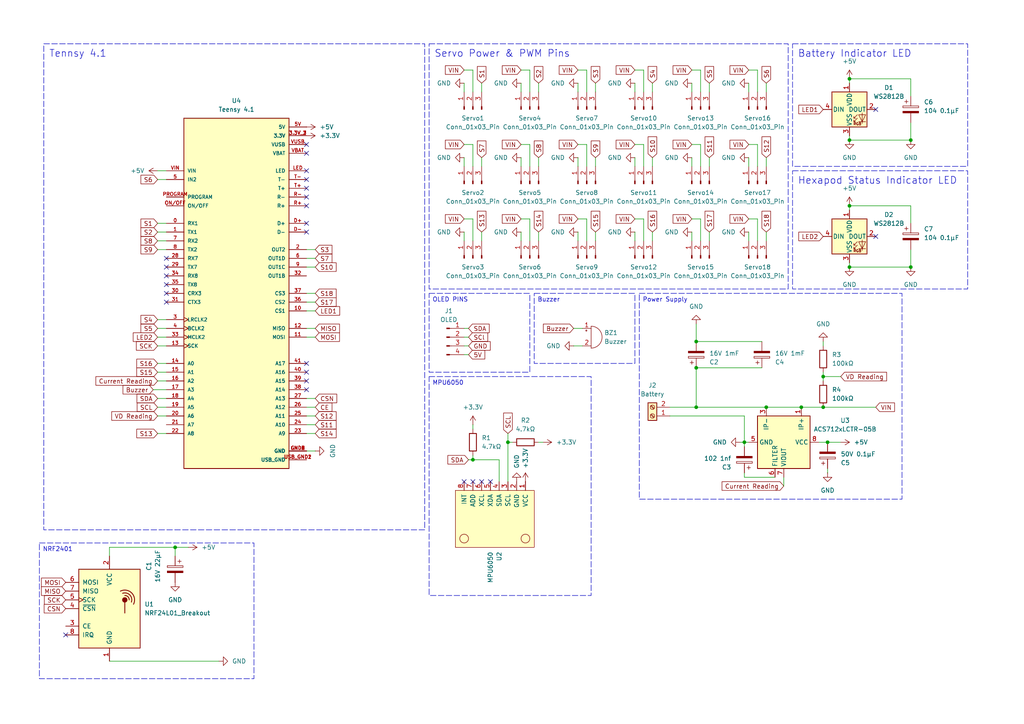
<source format=kicad_sch>
(kicad_sch (version 20231120) (generator "eeschema") (generator_version "8.0")
  (paper "A4")
  (title_block (title "Hexapod PCB V2"))
  (junction (at 50.8 158.75))
  (junction (at 147.32 128.27))
  (junction (at 232.41 118.11))
  (junction (at 238.76 118.11))
  (junction (at 238.76 109.22))
  (junction (at 264.16 77.47))
  (junction (at 246.38 77.47))
  (junction (at 137.16 133.35))
  (junction (at 201.93 99.06))
  (junction (at 264.16 40.64))
  (junction (at 215.9 128.27))
  (junction (at 240.03 128.27))
  (junction (at 201.93 118.11))
  (junction (at 246.38 22.86))
  (junction (at 246.38 59.69))
  (junction (at 246.38 40.64))
  (junction (at 201.93 106.68))
  (junction (at 222.25 118.11))
  (no_connect (at 88.9 49.53))
  (no_connect (at 137.16 139.7))
  (no_connect (at 88.9 44.45))
  (no_connect (at 48.26 77.47))
  (no_connect (at 254 31.75))
  (no_connect (at 48.26 85.09))
  (no_connect (at 88.9 57.15))
  (no_connect (at 48.26 82.55))
  (no_connect (at 48.26 74.93))
  (no_connect (at 88.9 64.77))
  (no_connect (at 88.9 52.07))
  (no_connect (at 48.26 87.63))
  (no_connect (at 88.9 113.03))
  (no_connect (at 142.24 139.7))
  (no_connect (at 139.7 139.7))
  (no_connect (at 88.9 41.91))
  (no_connect (at 88.9 54.61))
  (no_connect (at 48.26 80.01))
  (no_connect (at 88.9 107.95))
  (no_connect (at 88.9 59.69))
  (no_connect (at 254 68.58))
  (no_connect (at 88.9 67.31))
  (no_connect (at 19.05 184.15))
  (no_connect (at 134.62 139.7))
  (no_connect (at 88.9 110.49))
  (no_connect (at 88.9 105.41))
  (wire (pts (xy 246.38 40.64) (xy 246.38 39.37)))
  (wire (pts (xy 151.13 67.31) (xy 151.13 69.85)))
  (wire (pts (xy 139.7 24.13) (xy 139.7 26.67)))
  (wire (pts (xy 45.72 100.33) (xy 48.26 100.33)))
  (wire (pts (xy 134.62 63.5) (xy 137.16 63.5)))
  (wire (pts (xy 240.03 128.27) (xy 237.49 128.27)))
  (wire (pts (xy 246.38 22.86) (xy 264.16 22.86)))
  (wire (pts (xy 184.15 63.5) (xy 186.69 63.5)))
  (wire (pts (xy 139.7 45.72) (xy 139.7 48.26)))
  (wire (pts (xy 238.76 118.11) (xy 254 118.11)))
  (wire (pts (xy 137.16 123.19) (xy 137.16 124.46)))
  (wire (pts (xy 243.84 128.27) (xy 240.03 128.27)))
  (wire (pts (xy 200.66 41.91) (xy 203.2 41.91)))
  (wire (pts (xy 264.16 40.64) (xy 264.16 35.56)))
  (wire (pts (xy 201.93 106.68) (xy 201.93 118.11)))
  (wire (pts (xy 264.16 27.94) (xy 264.16 22.86)))
  (wire (pts (xy 139.7 67.31) (xy 139.7 69.85)))
  (wire (pts (xy 45.72 120.65) (xy 48.26 120.65)))
  (wire (pts (xy 144.78 133.35) (xy 144.78 139.7)))
  (wire (pts (xy 167.64 20.32) (xy 170.18 20.32)))
  (wire (pts (xy 203.2 20.32) (xy 203.2 26.67)))
  (wire (pts (xy 189.23 67.31) (xy 189.23 69.85)))
  (wire (pts (xy 45.72 52.07) (xy 48.26 52.07)))
  (wire (pts (xy 184.15 41.91) (xy 186.69 41.91)))
  (wire (pts (xy 217.17 41.91) (xy 219.71 41.91)))
  (wire (pts (xy 88.9 125.73) (xy 91.44 125.73)))
  (wire (pts (xy 153.67 41.91) (xy 153.67 48.26)))
  (wire (pts (xy 88.9 74.93) (xy 91.44 74.93)))
  (wire (pts (xy 45.72 67.31) (xy 48.26 67.31)))
  (wire (pts (xy 137.16 63.5) (xy 137.16 69.85)))
  (wire (pts (xy 48.26 125.73) (xy 45.72 125.73)))
  (wire (pts (xy 205.74 67.31) (xy 205.74 69.85)))
  (wire (pts (xy 264.16 64.77) (xy 264.16 59.69)))
  (wire (pts (xy 200.66 20.32) (xy 203.2 20.32)))
  (wire (pts (xy 224.79 138.43) (xy 215.9 138.43)))
  (wire (pts (xy 186.69 41.91) (xy 186.69 48.26)))
  (wire (pts (xy 137.16 20.32) (xy 137.16 26.67)))
  (wire (pts (xy 217.17 45.72) (xy 217.17 48.26)))
  (wire (pts (xy 88.9 123.19) (xy 91.44 123.19)))
  (wire (pts (xy 240.03 137.16) (xy 240.03 135.89)))
  (wire (pts (xy 134.62 45.72) (xy 134.62 48.26)))
  (wire (pts (xy 91.44 72.39) (xy 88.9 72.39)))
  (wire (pts (xy 166.37 95.25) (xy 168.91 95.25)))
  (wire (pts (xy 135.89 133.35) (xy 137.16 133.35)))
  (wire (pts (xy 170.18 63.5) (xy 170.18 69.85)))
  (wire (pts (xy 238.76 99.06) (xy 238.76 100.33)))
  (wire (pts (xy 50.8 158.75) (xy 31.75 158.75)))
  (wire (pts (xy 217.17 63.5) (xy 219.71 63.5)))
  (wire (pts (xy 219.71 63.5) (xy 219.71 69.85)))
  (wire (pts (xy 201.93 99.06) (xy 220.98 99.06)))
  (wire (pts (xy 91.44 118.11) (xy 88.9 118.11)))
  (wire (pts (xy 222.25 118.11) (xy 232.41 118.11)))
  (wire (pts (xy 246.38 77.47) (xy 264.16 77.47)))
  (wire (pts (xy 147.32 128.27) (xy 147.32 139.7)))
  (wire (pts (xy 170.18 20.32) (xy 170.18 26.67)))
  (wire (pts (xy 135.89 100.33) (xy 134.62 100.33)))
  (wire (pts (xy 200.66 67.31) (xy 200.66 69.85)))
  (wire (pts (xy 203.2 63.5) (xy 203.2 69.85)))
  (wire (pts (xy 151.13 20.32) (xy 153.67 20.32)))
  (wire (pts (xy 91.44 115.57) (xy 88.9 115.57)))
  (wire (pts (xy 45.72 115.57) (xy 48.26 115.57)))
  (wire (pts (xy 201.93 106.68) (xy 220.98 106.68)))
  (wire (pts (xy 31.75 158.75) (xy 31.75 161.29)))
  (wire (pts (xy 200.66 63.5) (xy 203.2 63.5)))
  (wire (pts (xy 172.72 24.13) (xy 172.72 26.67)))
  (wire (pts (xy 194.31 118.11) (xy 201.93 118.11)))
  (wire (pts (xy 88.9 120.65) (xy 91.44 120.65)))
  (wire (pts (xy 186.69 20.32) (xy 186.69 26.67)))
  (wire (pts (xy 205.74 45.72) (xy 205.74 48.26)))
  (wire (pts (xy 135.89 95.25) (xy 134.62 95.25)))
  (wire (pts (xy 172.72 67.31) (xy 172.72 69.85)))
  (wire (pts (xy 147.32 128.27) (xy 148.59 128.27)))
  (wire (pts (xy 45.72 110.49) (xy 48.26 110.49)))
  (wire (pts (xy 184.15 67.31) (xy 184.15 69.85)))
  (wire (pts (xy 215.9 128.27) (xy 215.9 129.54)))
  (wire (pts (xy 137.16 133.35) (xy 144.78 133.35)))
  (wire (pts (xy 44.45 113.03) (xy 48.26 113.03)))
  (wire (pts (xy 153.67 63.5) (xy 153.67 69.85)))
  (wire (pts (xy 156.21 67.31) (xy 156.21 69.85)))
  (wire (pts (xy 205.74 24.13) (xy 205.74 26.67)))
  (wire (pts (xy 264.16 77.47) (xy 264.16 72.39)))
  (wire (pts (xy 45.72 97.79) (xy 48.26 97.79)))
  (wire (pts (xy 156.21 45.72) (xy 156.21 48.26)))
  (wire (pts (xy 45.72 118.11) (xy 48.26 118.11)))
  (wire (pts (xy 167.64 67.31) (xy 167.64 69.85)))
  (wire (pts (xy 194.31 120.65) (xy 215.9 120.65)))
  (wire (pts (xy 222.25 45.72) (xy 222.25 48.26)))
  (wire (pts (xy 232.41 118.11) (xy 238.76 118.11)))
  (wire (pts (xy 170.18 41.91) (xy 170.18 48.26)))
  (wire (pts (xy 222.25 24.13) (xy 222.25 26.67)))
  (wire (pts (xy 48.26 72.39) (xy 45.72 72.39)))
  (wire (pts (xy 246.38 59.69) (xy 264.16 59.69)))
  (wire (pts (xy 156.21 128.27) (xy 157.48 128.27)))
  (wire (pts (xy 200.66 45.72) (xy 200.66 48.26)))
  (wire (pts (xy 88.9 87.63) (xy 91.44 87.63)))
  (wire (pts (xy 151.13 63.5) (xy 153.67 63.5)))
  (wire (pts (xy 151.13 41.91) (xy 153.67 41.91)))
  (wire (pts (xy 217.17 20.32) (xy 219.71 20.32)))
  (wire (pts (xy 246.38 77.47) (xy 246.38 76.2)))
  (wire (pts (xy 91.44 95.25) (xy 88.9 95.25)))
  (wire (pts (xy 184.15 24.13) (xy 184.15 26.67)))
  (wire (pts (xy 167.64 63.5) (xy 170.18 63.5)))
  (wire (pts (xy 134.62 20.32) (xy 137.16 20.32)))
  (wire (pts (xy 54.61 158.75) (xy 50.8 158.75)))
  (wire (pts (xy 151.13 45.72) (xy 151.13 48.26)))
  (wire (pts (xy 135.89 97.79) (xy 134.62 97.79)))
  (wire (pts (xy 172.72 45.72) (xy 172.72 48.26)))
  (wire (pts (xy 201.93 118.11) (xy 222.25 118.11)))
  (wire (pts (xy 91.44 97.79) (xy 88.9 97.79)))
  (wire (pts (xy 201.93 93.98) (xy 201.93 99.06)))
  (wire (pts (xy 238.76 107.95) (xy 238.76 109.22)))
  (wire (pts (xy 214.63 128.27) (xy 215.9 128.27)))
  (wire (pts (xy 215.9 138.43) (xy 215.9 137.16)))
  (wire (pts (xy 45.72 107.95) (xy 48.26 107.95)))
  (wire (pts (xy 50.8 158.75) (xy 50.8 161.29)))
  (wire (pts (xy 134.62 41.91) (xy 137.16 41.91)))
  (wire (pts (xy 184.15 20.32) (xy 186.69 20.32)))
  (wire (pts (xy 88.9 77.47) (xy 91.44 77.47)))
  (wire (pts (xy 45.72 95.25) (xy 48.26 95.25)))
  (wire (pts (xy 45.72 64.77) (xy 48.26 64.77)))
  (wire (pts (xy 189.23 45.72) (xy 189.23 48.26)))
  (wire (pts (xy 134.62 24.13) (xy 134.62 26.67)))
  (wire (pts (xy 238.76 109.22) (xy 238.76 110.49)))
  (wire (pts (xy 219.71 20.32) (xy 219.71 26.67)))
  (wire (pts (xy 227.33 140.97) (xy 227.33 138.43)))
  (wire (pts (xy 147.32 125.73) (xy 147.32 128.27)))
  (wire (pts (xy 215.9 120.65) (xy 215.9 128.27)))
  (wire (pts (xy 184.15 45.72) (xy 184.15 48.26)))
  (wire (pts (xy 137.16 41.91) (xy 137.16 48.26)))
  (wire (pts (xy 246.38 59.69) (xy 246.38 60.96)))
  (wire (pts (xy 200.66 24.13) (xy 200.66 26.67)))
  (wire (pts (xy 45.72 49.53) (xy 48.26 49.53)))
  (wire (pts (xy 238.76 109.22) (xy 243.84 109.22)))
  (wire (pts (xy 217.17 67.31) (xy 217.17 69.85)))
  (wire (pts (xy 222.25 67.31) (xy 222.25 69.85)))
  (wire (pts (xy 167.64 41.91) (xy 170.18 41.91)))
  (wire (pts (xy 156.21 24.13) (xy 156.21 26.67)))
  (wire (pts (xy 246.38 40.64) (xy 264.16 40.64)))
  (wire (pts (xy 246.38 22.86) (xy 246.38 24.13)))
  (wire (pts (xy 215.9 128.27) (xy 217.17 128.27)))
  (wire (pts (xy 135.89 102.87) (xy 134.62 102.87)))
  (wire (pts (xy 88.9 85.09) (xy 91.44 85.09)))
  (wire (pts (xy 134.62 67.31) (xy 134.62 69.85)))
  (wire (pts (xy 31.75 191.77) (xy 63.5 191.77)))
  (wire (pts (xy 166.37 100.33) (xy 168.91 100.33)))
  (wire (pts (xy 189.23 24.13) (xy 189.23 26.67)))
  (wire (pts (xy 91.44 90.17) (xy 88.9 90.17)))
  (wire (pts (xy 137.16 132.08) (xy 137.16 133.35)))
  (wire (pts (xy 186.69 63.5) (xy 186.69 69.85)))
  (wire (pts (xy 153.67 20.32) (xy 153.67 26.67)))
  (wire (pts (xy 217.17 24.13) (xy 217.17 26.67)))
  (wire (pts (xy 48.26 105.41) (xy 45.72 105.41)))
  (wire (pts (xy 167.64 45.72) (xy 167.64 48.26)))
  (wire (pts (xy 203.2 41.91) (xy 203.2 48.26)))
  (wire (pts (xy 219.71 41.91) (xy 219.71 48.26)))
  (wire (pts (xy 48.26 92.71) (xy 45.72 92.71)))
  (wire (pts (xy 91.44 130.81) (xy 88.9 130.81)))
  (wire (pts (xy 151.13 24.13) (xy 151.13 26.67)))
  (wire (pts (xy 48.26 69.85) (xy 45.72 69.85)))
  (wire (pts (xy 167.64 24.13) (xy 167.64 26.67)))
  (text_box "Hexapod Status Indicator LED\n" (at 229.87 49.53 0) (size 50.8 34.29) (stroke (width 0) (type dash)) (effects (font (size 2.032 2.032)) (justify left top)))
  (text_box "Servo Power & PWM Pins" (at 124.46 12.7 0) (size 104.14 71.12) (stroke (width 0) (type dash)) (effects (font (size 2.032 2.032)) (justify left top)))
  (text_box "OLED PINS\n" (at 124.46 85.09 0) (size 29.21 22.86) (stroke (width 0) (type dash)) (effects (font (size 1.27 1.27)) (justify left top)))
  (text_box "Power Supply" (at 185.42 85.09 0) (size 76.2 59.69) (stroke (width 0) (type dash)) (effects (font (size 1.27 1.27)) (justify left top)))
  (text_box "NRF2401" (at 11.43 157.48 0) (size 62.23 39.37) (stroke (width 0) (type dash)) (effects (font (size 1.27 1.27)) (justify left top)))
  (text_box "Buzzer\n" (at 154.94 85.09 0) (size 29.21 20.32) (stroke (width 0) (type dash)) (effects (font (size 1.27 1.27)) (justify left top)))
  (text_box "Tennsy 4.1" (at 12.7 12.7 0) (size 110.49 140.97) (stroke (width 0) (type dash)) (effects (font (size 2.032 2.032)) (justify left top)))
  (text_box "Battery Indicator LED" (at 229.87 12.7 0) (size 50.8 35.56) (stroke (width 0) (type dash)) (effects (font (size 2.032 2.032)) (justify left top)))
  (text_box "MPU6050" (at 124.46 109.22 0) (size 46.99 63.5) (stroke (width 0) (type dash)) (effects (font (size 1.27 1.27)) (justify left top)))
  (global_label "S17" (shape input) (at 205.74 67.31 90) (property "Intersheetrefs" "${INTERSHEET_REFS}" (effects (hide yes))))
  (global_label "VIN" (shape input) (at 134.62 20.32 180) (property "Intersheetrefs" "${INTERSHEET_REFS}" (effects (hide yes))))
  (global_label "VIN" (shape input) (at 151.13 20.32 180) (property "Intersheetrefs" "${INTERSHEET_REFS}" (effects (hide yes))))
  (global_label "S18" (shape input) (at 222.25 67.31 90) (property "Intersheetrefs" "${INTERSHEET_REFS}" (effects (hide yes))))
  (global_label "S9" (shape input) (at 172.72 45.72 90) (property "Intersheetrefs" "${INTERSHEET_REFS}" (effects (hide yes))))
  (global_label "S1" (shape input) (at 45.72 64.77 180) (property "Intersheetrefs" "${INTERSHEET_REFS}" (effects (hide yes))))
  (global_label "VIN" (shape input) (at 134.62 63.5 180) (property "Intersheetrefs" "${INTERSHEET_REFS}" (effects (hide yes))))
  (global_label "VIN" (shape input) (at 184.15 20.32 180) (property "Intersheetrefs" "${INTERSHEET_REFS}" (effects (hide yes))))
  (global_label "S7" (shape input) (at 91.44 74.93 0) (property "Intersheetrefs" "${INTERSHEET_REFS}" (effects (hide yes))))
  (global_label "VIN" (shape input) (at 151.13 63.5 180) (property "Intersheetrefs" "${INTERSHEET_REFS}" (effects (hide yes))))
  (global_label "S5" (shape input) (at 45.72 95.25 180) (property "Intersheetrefs" "${INTERSHEET_REFS}" (effects (hide yes))))
  (global_label "VIN" (shape input) (at 167.64 20.32 180) (property "Intersheetrefs" "${INTERSHEET_REFS}" (effects (hide yes))))
  (global_label "VIN" (shape input) (at 184.15 41.91 180) (property "Intersheetrefs" "${INTERSHEET_REFS}" (effects (hide yes))))
  (global_label "SCL" (shape input) (at 147.32 125.73 90) (property "Intersheetrefs" "${INTERSHEET_REFS}" (effects (hide yes))))
  (global_label "MISO" (shape input) (at 91.44 95.25 0) (property "Intersheetrefs" "${INTERSHEET_REFS}" (effects (hide yes))))
  (global_label "S11" (shape input) (at 91.44 123.19 0) (property "Intersheetrefs" "${INTERSHEET_REFS}" (effects (hide yes))))
  (global_label "SDA" (shape input) (at 45.72 115.57 180) (property "Intersheetrefs" "${INTERSHEET_REFS}" (effects (hide yes))))
  (global_label "VIN" (shape input) (at 217.17 41.91 180) (property "Intersheetrefs" "${INTERSHEET_REFS}" (effects (hide yes))))
  (global_label "S11" (shape input) (at 205.74 45.72 90) (property "Intersheetrefs" "${INTERSHEET_REFS}" (effects (hide yes))))
  (global_label "S15" (shape input) (at 45.72 107.95 180) (property "Intersheetrefs" "${INTERSHEET_REFS}" (effects (hide yes))))
  (global_label "VIN" (shape input) (at 200.66 20.32 180) (property "Intersheetrefs" "${INTERSHEET_REFS}" (effects (hide yes))))
  (global_label "LED1" (shape input) (at 91.44 90.17 0) (property "Intersheetrefs" "${INTERSHEET_REFS}" (effects (hide yes))))
  (global_label "VIN" (shape input) (at 200.66 63.5 180) (property "Intersheetrefs" "${INTERSHEET_REFS}" (effects (hide yes))))
  (global_label "S13" (shape input) (at 45.72 125.73 180) (property "Intersheetrefs" "${INTERSHEET_REFS}" (effects (hide yes))))
  (global_label "S7" (shape input) (at 139.7 45.72 90) (property "Intersheetrefs" "${INTERSHEET_REFS}" (effects (hide yes))))
  (global_label "S4" (shape input) (at 189.23 24.13 90) (property "Intersheetrefs" "${INTERSHEET_REFS}" (effects (hide yes))))
  (global_label "LED2" (shape input) (at 45.72 97.79 180) (property "Intersheetrefs" "${INTERSHEET_REFS}" (effects (hide yes))))
  (global_label "S10" (shape input) (at 91.44 77.47 0) (property "Intersheetrefs" "${INTERSHEET_REFS}" (effects (hide yes))))
  (global_label "MOSI" (shape input) (at 91.44 97.79 0) (property "Intersheetrefs" "${INTERSHEET_REFS}" (effects (hide yes))))
  (global_label "S10" (shape input) (at 189.23 45.72 90) (property "Intersheetrefs" "${INTERSHEET_REFS}" (effects (hide yes))))
  (global_label "S2" (shape input) (at 156.21 24.13 90) (property "Intersheetrefs" "${INTERSHEET_REFS}" (effects (hide yes))))
  (global_label "SCl" (shape input) (at 135.89 97.79 0) (property "Intersheetrefs" "${INTERSHEET_REFS}" (effects (hide yes))))
  (global_label "VIN" (shape input) (at 217.17 63.5 180) (property "Intersheetrefs" "${INTERSHEET_REFS}" (effects (hide yes))))
  (global_label "SDA" (shape input) (at 135.89 133.35 180) (property "Intersheetrefs" "${INTERSHEET_REFS}" (effects (hide yes))))
  (global_label "LED1" (shape input) (at 238.76 31.75 180) (property "Intersheetrefs" "${INTERSHEET_REFS}" (effects (hide yes))))
  (global_label "VD Reading" (shape input) (at 45.72 120.65 180) (property "Intersheetrefs" "${INTERSHEET_REFS}" (effects (hide yes))))
  (global_label "S4" (shape input) (at 45.72 92.71 180) (property "Intersheetrefs" "${INTERSHEET_REFS}" (effects (hide yes))))
  (global_label "S3" (shape input) (at 172.72 24.13 90) (property "Intersheetrefs" "${INTERSHEET_REFS}" (effects (hide yes))))
  (global_label "S8" (shape input) (at 156.21 45.72 90) (property "Intersheetrefs" "${INTERSHEET_REFS}" (effects (hide yes))))
  (global_label "SCK" (shape input) (at 45.72 100.33 180) (property "Intersheetrefs" "${INTERSHEET_REFS}" (effects (hide yes))))
  (global_label "LED2" (shape input) (at 238.76 68.58 180) (property "Intersheetrefs" "${INTERSHEET_REFS}" (effects (hide yes))))
  (global_label "S16" (shape input) (at 189.23 67.31 90) (property "Intersheetrefs" "${INTERSHEET_REFS}" (effects (hide yes))))
  (global_label "CE" (shape input) (at 91.44 118.11 0) (property "Intersheetrefs" "${INTERSHEET_REFS}" (effects (hide yes))))
  (global_label "S8" (shape input) (at 45.72 69.85 180) (property "Intersheetrefs" "${INTERSHEET_REFS}" (effects (hide yes))))
  (global_label "S2" (shape input) (at 45.72 67.31 180) (property "Intersheetrefs" "${INTERSHEET_REFS}" (effects (hide yes))))
  (global_label "CSN" (shape input) (at 91.44 115.57 0) (property "Intersheetrefs" "${INTERSHEET_REFS}" (effects (hide yes))))
  (global_label "S14" (shape input) (at 156.21 67.31 90) (property "Intersheetrefs" "${INTERSHEET_REFS}" (effects (hide yes))))
  (global_label "VIN" (shape input) (at 200.66 41.91 180) (property "Intersheetrefs" "${INTERSHEET_REFS}" (effects (hide yes))))
  (global_label "MISO" (shape input) (at 19.05 171.45 180) (property "Intersheetrefs" "${INTERSHEET_REFS}" (effects (hide yes))))
  (global_label "Buzzer" (shape input) (at 44.45 113.03 180) (property "Intersheetrefs" "${INTERSHEET_REFS}" (effects (hide yes))))
  (global_label "Current Reading" (shape input) (at 45.72 110.49 180) (property "Intersheetrefs" "${INTERSHEET_REFS}" (effects (hide yes))))
  (global_label "VIN" (shape input) (at 167.64 63.5 180) (property "Intersheetrefs" "${INTERSHEET_REFS}" (effects (hide yes))))
  (global_label "S6" (shape input) (at 222.25 24.13 90) (property "Intersheetrefs" "${INTERSHEET_REFS}" (effects (hide yes))))
  (global_label "CSN" (shape input) (at 19.05 176.53 180) (property "Intersheetrefs" "${INTERSHEET_REFS}" (effects (hide yes))))
  (global_label "S14" (shape input) (at 91.44 125.73 0) (property "Intersheetrefs" "${INTERSHEET_REFS}" (effects (hide yes))))
  (global_label "SCK" (shape input) (at 19.05 173.99 180) (property "Intersheetrefs" "${INTERSHEET_REFS}" (effects (hide yes))))
  (global_label "VD Reading" (shape input) (at 243.84 109.22 0) (property "Intersheetrefs" "${INTERSHEET_REFS}" (effects (hide yes))))
  (global_label "SCL" (shape input) (at 45.72 118.11 180) (property "Intersheetrefs" "${INTERSHEET_REFS}" (effects (hide yes))))
  (global_label "S5" (shape input) (at 205.74 24.13 90) (property "Intersheetrefs" "${INTERSHEET_REFS}" (effects (hide yes))))
  (global_label "S12" (shape input) (at 222.25 45.72 90) (property "Intersheetrefs" "${INTERSHEET_REFS}" (effects (hide yes))))
  (global_label "VIN" (shape input) (at 134.62 41.91 180) (property "Intersheetrefs" "${INTERSHEET_REFS}" (effects (hide yes))))
  (global_label "MOSI" (shape input) (at 19.05 168.91 180) (property "Intersheetrefs" "${INTERSHEET_REFS}" (effects (hide yes))))
  (global_label "S16" (shape input) (at 45.72 105.41 180) (property "Intersheetrefs" "${INTERSHEET_REFS}" (effects (hide yes))))
  (global_label "S6" (shape input) (at 45.72 52.07 180) (property "Intersheetrefs" "${INTERSHEET_REFS}" (effects (hide yes))))
  (global_label "S9" (shape input) (at 45.72 72.39 180) (property "Intersheetrefs" "${INTERSHEET_REFS}" (effects (hide yes))))
  (global_label "S3" (shape input) (at 91.44 72.39 0) (property "Intersheetrefs" "${INTERSHEET_REFS}" (effects (hide yes))))
  (global_label "S12" (shape input) (at 91.44 120.65 0) (property "Intersheetrefs" "${INTERSHEET_REFS}" (effects (hide yes))))
  (global_label "VIN" (shape input) (at 167.64 41.91 180) (property "Intersheetrefs" "${INTERSHEET_REFS}" (effects (hide yes))))
  (global_label "VIN" (shape input) (at 151.13 41.91 180) (property "Intersheetrefs" "${INTERSHEET_REFS}" (effects (hide yes))))
  (global_label "VIN" (shape input) (at 217.17 20.32 180) (property "Intersheetrefs" "${INTERSHEET_REFS}" (effects (hide yes))))
  (global_label "Current Reading" (shape input) (at 227.33 140.97 180) (property "Intersheetrefs" "${INTERSHEET_REFS}" (effects (hide yes))))
  (global_label "VIN" (shape input) (at 254 118.11 0) (property "Intersheetrefs" "${INTERSHEET_REFS}" (effects (hide yes))))
  (global_label "SDA" (shape input) (at 135.89 95.25 0) (property "Intersheetrefs" "${INTERSHEET_REFS}" (effects (hide yes))))
  (global_label "Buzzer" (shape input) (at 166.37 95.25 180) (property "Intersheetrefs" "${INTERSHEET_REFS}" (effects (hide yes))))
  (global_label "S13" (shape input) (at 139.7 67.31 90) (property "Intersheetrefs" "${INTERSHEET_REFS}" (effects (hide yes))))
  (global_label "S17" (shape input) (at 91.44 87.63 0) (property "Intersheetrefs" "${INTERSHEET_REFS}" (effects (hide yes))))
  (global_label "GND" (shape input) (at 135.89 100.33 0) (property "Intersheetrefs" "${INTERSHEET_REFS}" (effects (hide yes))))
  (global_label "5V" (shape input) (at 135.89 102.87 0) (property "Intersheetrefs" "${INTERSHEET_REFS}" (effects (hide yes))))
  (global_label "S1" (shape input) (at 139.7 24.13 90) (property "Intersheetrefs" "${INTERSHEET_REFS}" (effects (hide yes))))
  (global_label "VIN" (shape input) (at 184.15 63.5 180) (property "Intersheetrefs" "${INTERSHEET_REFS}" (effects (hide yes))))
  (global_label "S18" (shape input) (at 91.44 85.09 0) (property "Intersheetrefs" "${INTERSHEET_REFS}" (effects (hide yes))))
  (global_label "S15" (shape input) (at 172.72 67.31 90) (property "Intersheetrefs" "${INTERSHEET_REFS}" (effects (hide yes))))
  (symbol (lib_id "power:GND") (at 184.15 45.72 270) (unit 1)
    (property "Reference" "#PWR024" (effects (hide yes)))
    (property "Value" "GND" (at 180.34 45.7199 90) (effects (justify right)))
    (property "Description" "Power symbol creates a global label with name \"GND\" , ground" (effects (hide yes)))
  )
  (symbol (lib_id "power:GND") (at 246.38 40.64 0) (unit 1)
    (property "Reference" "#PWR038" (effects (hide yes)))
    (property "Value" "GND" (at 246.38 45.72 0))
    (property "Description" "Power symbol creates a global label with name \"GND\" , ground" (effects (hide yes)))
  )
  (symbol (lib_id "Connector:Conn_01x03_Pin") (at 153.67 31.75 90) (unit 1)
    (property "Reference" "Servo4" (at 153.67 34.29 90))
    (property "Value" "Conn_01x03_Pin" (at 153.67 36.83 90))
    (property "Footprint" "Connector_PinHeader_2.54mm:PinHeader_1x03_P2.54mm_Vertical" (effects (hide yes)))
    (property "Description" "Generic connector, single row, 01x03, script generated" (effects (hide yes)))
  )
  (symbol (lib_id "power:GND") (at 134.62 67.31 270) (unit 1)
    (property "Reference" "#PWR011" (effects (hide yes)))
    (property "Value" "GND" (at 130.81 67.3099 90) (effects (justify right)))
    (property "Description" "Power symbol creates a global label with name \"GND\" , ground" (effects (hide yes)))
  )
  (symbol (lib_id "power:GND") (at 151.13 45.72 270) (unit 1)
    (property "Reference" "#PWR015" (effects (hide yes)))
    (property "Value" "GND" (at 147.32 45.7199 90) (effects (justify right)))
    (property "Description" "Power symbol creates a global label with name \"GND\" , ground" (effects (hide yes)))
  )
  (symbol (lib_id "Connector:Conn_01x04_Pin") (at 129.54 97.79 0) (unit 1)
    (property "Reference" "J1" (at 130.175 90.17 0))
    (property "Value" "OLED" (at 130.175 92.71 0))
    (property "Description" "Generic connector, single row, 01x04, script generated" (effects (hide yes)))
  )
  (symbol (lib_id "LED:WS2812B") (at 246.38 68.58 0) (unit 1)
    (property "Reference" "D2" (at 257.81 62.2614 0))
    (property "Value" "WS2812B" (at 257.81 64.8014 0))
    (property "Footprint" "LED_SMD:LED_WS2812B_PLCC4_5.0x5.0mm_P3.2mm" (effects (hide yes)))
    (property "Datasheet" "https://cdn-shop.adafruit.com/datasheets/WS2812B.pdf" (effects (hide yes)))
    (property "Description" "RGB LED with integrated controller" (effects (hide yes)))
  )
  (symbol (lib_id "Device:R") (at 152.4 128.27 90) (unit 1)
    (property "Reference" "R2" (at 152.4 121.92 90))
    (property "Value" "4.7kΩ" (at 152.4 124.46 90))
    (property "Footprint" "Resistor_SMD:R_1206_3216Metric" (effects (hide yes)))
    (property "Description" "Resistor" (effects (hide yes)))
  )
  (symbol (lib_id "Breakout Sensors:module_mpu6050") (at 134.62 139.7 270) (unit 1)
    (property "Reference" "U2" (at 144.7801 160.02 0) (effects (justify left)))
    (property "Value" "MPU6050" (at 142.2401 160.02 0) (effects (justify left)))
    (property "Footprint" "usini_sensors:module_mpu6050" (effects (hide yes)))
  )
  (symbol (lib_id "power:GND") (at 166.37 100.33 270) (unit 1)
    (property "Reference" "#PWR019" (effects (hide yes)))
    (property "Value" "GND" (at 162.56 100.3299 90) (effects (justify right)))
    (property "Description" "Power symbol creates a global label with name \"GND\" , ground" (effects (hide yes)))
  )
  (symbol (lib_id "power:GND") (at 200.66 24.13 270) (unit 1)
    (property "Reference" "#PWR026" (effects (hide yes)))
    (property "Value" "GND" (at 196.85 24.1299 90) (effects (justify right)))
    (property "Description" "Power symbol creates a global label with name \"GND\" , ground" (effects (hide yes)))
  )
  (symbol (lib_id "power:GND") (at 217.17 67.31 270) (unit 1)
    (property "Reference" "#PWR033" (effects (hide yes)))
    (property "Value" "GND" (at 213.36 67.3099 90) (effects (justify right)))
    (property "Description" "Power symbol creates a global label with name \"GND\" , ground" (effects (hide yes)))
  )
  (symbol (lib_id "power:GND") (at 240.03 137.16 0) (unit 1)
    (property "Reference" "#PWR035" (effects (hide yes)))
    (property "Value" "GND" (at 240.03 142.24 0))
    (property "Description" "Power symbol creates a global label with name \"GND\" , ground" (effects (hide yes)))
  )
  (symbol (lib_id "power:GND") (at 151.13 67.31 270) (unit 1)
    (property "Reference" "#PWR016" (effects (hide yes)))
    (property "Value" "GND" (at 147.32 67.3099 90) (effects (justify right)))
    (property "Description" "Power symbol creates a global label with name \"GND\" , ground" (effects (hide yes)))
  )
  (symbol (lib_id "Connector:Conn_01x03_Pin") (at 186.69 53.34 90) (unit 1)
    (property "Reference" "Servo11" (at 186.69 55.88 90))
    (property "Value" "Conn_01x03_Pin" (at 186.69 58.42 90))
    (property "Footprint" "Connector_PinHeader_2.54mm:PinHeader_1x03_P2.54mm_Vertical" (effects (hide yes)))
    (property "Description" "Generic connector, single row, 01x03, script generated" (effects (hide yes)))
  )
  (symbol (lib_id "power:GND") (at 184.15 67.31 270) (unit 1)
    (property "Reference" "#PWR025" (effects (hide yes)))
    (property "Value" "GND" (at 180.34 67.3099 90) (effects (justify right)))
    (property "Description" "Power symbol creates a global label with name \"GND\" , ground" (effects (hide yes)))
  )
  (symbol (lib_id "Device:C_Polarized") (at 215.9 133.35 180) (unit 1)
    (property "Reference" "C3" (at 212.09 135.5091 0) (effects (justify left)))
    (property "Value" "102 1nf" (at 212.09 132.9691 0) (effects (justify left)))
    (property "Footprint" "Capacitor_SMD:C_0805_2012Metric" (effects (hide yes)))
    (property "Description" "Polarized capacitor" (effects (hide yes)))
  )
  (symbol (lib_id "power:+5V") (at 246.38 59.69 0) (unit 1)
    (property "Reference" "#PWR039" (effects (hide yes)))
    (property "Value" "+5V" (at 246.38 54.61 0))
    (property "Description" "Power symbol creates a global label with name \"+5V\"" (effects (hide yes)))
  )
  (symbol (lib_id "Connector:Conn_01x03_Pin") (at 170.18 74.93 90) (unit 1)
    (property "Reference" "Servo9" (at 170.18 77.47 90))
    (property "Value" "Conn_01x03_Pin" (at 170.18 80.01 90))
    (property "Footprint" "Connector_PinHeader_2.54mm:PinHeader_1x03_P2.54mm_Vertical" (effects (hide yes)))
    (property "Description" "Generic connector, single row, 01x03, script generated" (effects (hide yes)))
  )
  (symbol (lib_id "power:+5V") (at 88.9 36.83 270) (unit 1)
    (property "Reference" "#PWR02" (effects (hide yes)))
    (property "Value" "+5V" (at 92.71 36.8299 90) (effects (justify left)))
    (property "Description" "Power symbol creates a global label with name \"+5V\"" (effects (hide yes)))
  )
  (symbol (lib_id "Sensor_Current:ACS712xLCTR-05B") (at 227.33 128.27 270) (unit 1)
    (property "Reference" "U3" (at 245.11 121.9514 90))
    (property "Value" "ACS712xLCTR-05B" (at 245.11 124.4914 90))
    (property "Footprint" "Package_SO:SOIC-8_3.9x4.9mm_P1.27mm" (effects (hide yes)))
    (property "Datasheet" "http://www.allegromicro.com/~/media/Files/Datasheets/ACS712-Datasheet.ashx?la=en" (effects (hide yes)))
    (property "Description" "±5A Bidirectional Hall-Effect Current Sensor, +5.0V supply, 185mV/A, SOIC-8" (effects (hide yes)))
  )
  (symbol (lib_id "RF:NRF24L01_Breakout") (at 31.75 176.53 0) (unit 1)
    (property "Reference" "U1" (at 41.91 175.2599 0) (effects (justify left)))
    (property "Value" "NRF24L01_Breakout" (at 41.91 177.7999 0) (effects (justify left)))
    (property "Footprint" "RF_Module:nRF24L01_Breakout" (effects (hide yes)))
    (property "Datasheet" "http://www.nordicsemi.com/eng/content/download/2730/34105/file/nRF24L01_Product_Specification_v2_0.pdf" (effects (hide yes)))
    (property "Description" "Ultra low power 2.4GHz RF Transceiver, Carrier PCB" (effects (hide yes)))
  )
  (symbol (lib_id "power:+5V") (at 54.61 158.75 270) (unit 1)
    (property "Reference" "#PWR05" (effects (hide yes)))
    (property "Value" "+5V" (at 58.42 158.7499 90) (effects (justify left)))
    (property "Description" "Power symbol creates a global label with name \"+5V\"" (effects (hide yes)))
  )
  (symbol (lib_id "Connector:Screw_Terminal_01x02") (at 189.23 120.65 180) (unit 1)
    (property "Reference" "J2" (at 189.23 111.76 0))
    (property "Value" "Battery" (at 189.23 114.3 0))
    (property "Footprint" "TerminalBlock_Phoenix:TerminalBlock_Phoenix_MKDS-1,5-2-5.08_1x02_P5.08mm_Horizontal" (effects (hide yes)))
    (property "Description" "Generic screw terminal, single row, 01x02, script generated (kicad-library-utils/schlib/autogen/connector/)" (effects (hide yes)))
  )
  (symbol (lib_id "Device:C_Polarized") (at 264.16 31.75 0) (unit 1)
    (property "Reference" "C6" (at 267.97 29.5909 0) (effects (justify left)))
    (property "Value" "104 0.1μF" (at 267.97 32.1309 0) (effects (justify left)))
    (property "Footprint" "Capacitor_SMD:C_1206_3216Metric" (effects (hide yes)))
    (property "Description" "Polarized capacitor" (effects (hide yes)))
  )
  (symbol (lib_id "Connector:Conn_01x03_Pin") (at 203.2 31.75 90) (unit 1)
    (property "Reference" "Servo13" (at 203.2 34.29 90))
    (property "Value" "Conn_01x03_Pin" (at 203.2 36.83 90))
    (property "Footprint" "Connector_PinHeader_2.54mm:PinHeader_1x03_P2.54mm_Vertical" (effects (hide yes)))
    (property "Description" "Generic connector, single row, 01x03, script generated" (effects (hide yes)))
  )
  (symbol (lib_id "Connector:Conn_01x03_Pin") (at 219.71 31.75 90) (unit 1)
    (property "Reference" "Servo16" (at 219.71 34.29 90))
    (property "Value" "Conn_01x03_Pin" (at 219.71 36.83 90))
    (property "Footprint" "Connector_PinHeader_2.54mm:PinHeader_1x03_P2.54mm_Vertical" (effects (hide yes)))
    (property "Description" "Generic connector, single row, 01x03, script generated" (effects (hide yes)))
  )
  (symbol (lib_id "Device:C_Polarized") (at 240.03 132.08 0) (mirror x) (unit 1)
    (property "Reference" "C5" (at 243.84 134.2391 0) (effects (justify left)))
    (property "Value" "50V 0.1μF" (at 243.84 131.6991 0) (effects (justify left)))
    (property "Footprint" "Capacitor_THT:CP_Radial_D5.0mm_P2.00mm" (effects (hide yes)))
    (property "Description" "Polarized capacitor" (effects (hide yes)))
  )
  (symbol (lib_id "power:GND") (at 151.13 24.13 270) (unit 1)
    (property "Reference" "#PWR014" (effects (hide yes)))
    (property "Value" "GND" (at 147.32 24.1299 90) (effects (justify right)))
    (property "Description" "Power symbol creates a global label with name \"GND\" , ground" (effects (hide yes)))
  )
  (symbol (lib_id "power:GND") (at 63.5 191.77 90) (unit 1)
    (property "Reference" "#PWR06" (effects (hide yes)))
    (property "Value" "GND" (at 67.31 191.7699 90) (effects (justify right)))
    (property "Description" "Power symbol creates a global label with name \"GND\" , ground" (effects (hide yes)))
  )
  (symbol (lib_id "Connector:Conn_01x03_Pin") (at 153.67 53.34 90) (unit 1)
    (property "Reference" "Servo5" (at 153.67 55.88 90))
    (property "Value" "Conn_01x03_Pin" (at 153.67 58.42 90))
    (property "Footprint" "Connector_PinHeader_2.54mm:PinHeader_1x03_P2.54mm_Vertical" (effects (hide yes)))
    (property "Description" "Generic connector, single row, 01x03, script generated" (effects (hide yes)))
  )
  (symbol (lib_id "power:GND") (at 238.76 99.06 180) (unit 1)
    (property "Reference" "#PWR034" (effects (hide yes)))
    (property "Value" "GND" (at 238.76 93.98 0))
    (property "Description" "Power symbol creates a global label with name \"GND\" , ground" (effects (hide yes)))
  )
  (symbol (lib_id "power:GND") (at 201.93 93.98 180) (unit 1)
    (property "Reference" "#PWR029" (effects (hide yes)))
    (property "Value" "GND" (at 201.93 88.9 0))
    (property "Description" "Power symbol creates a global label with name \"GND\" , ground" (effects (hide yes)))
  )
  (symbol (lib_id "power:GND") (at 167.64 45.72 270) (unit 1)
    (property "Reference" "#PWR021" (effects (hide yes)))
    (property "Value" "GND" (at 163.83 45.7199 90) (effects (justify right)))
    (property "Description" "Power symbol creates a global label with name \"GND\" , ground" (effects (hide yes)))
  )
  (symbol (lib_id "power:GND") (at 217.17 45.72 270) (unit 1)
    (property "Reference" "#PWR032" (effects (hide yes)))
    (property "Value" "GND" (at 213.36 45.7199 90) (effects (justify right)))
    (property "Description" "Power symbol creates a global label with name \"GND\" , ground" (effects (hide yes)))
  )
  (symbol (lib_id "power:GND") (at 50.8 168.91 0) (unit 1)
    (property "Reference" "#PWR04" (effects (hide yes)))
    (property "Value" "GND" (at 50.8 173.99 0))
    (property "Description" "Power symbol creates a global label with name \"GND\" , ground" (effects (hide yes)))
  )
  (symbol (lib_id "Connector:Conn_01x03_Pin") (at 137.16 74.93 90) (unit 1)
    (property "Reference" "Servo3" (at 137.16 77.47 90))
    (property "Value" "Conn_01x03_Pin" (at 137.16 80.01 90))
    (property "Footprint" "Connector_PinHeader_2.54mm:PinHeader_1x03_P2.54mm_Vertical" (effects (hide yes)))
    (property "Description" "Generic connector, single row, 01x03, script generated" (effects (hide yes)))
  )
  (symbol (lib_id "LED:WS2812B") (at 246.38 31.75 0) (unit 1)
    (property "Reference" "D1" (at 257.81 25.4314 0))
    (property "Value" "WS2812B" (at 257.81 27.9714 0))
    (property "Footprint" "LED_SMD:LED_WS2812B_PLCC4_5.0x5.0mm_P3.2mm" (effects (hide yes)))
    (property "Datasheet" "https://cdn-shop.adafruit.com/datasheets/WS2812B.pdf" (effects (hide yes)))
    (property "Description" "RGB LED with integrated controller" (effects (hide yes)))
  )
  (symbol (lib_id "Device:R") (at 238.76 104.14 0) (unit 1)
    (property "Reference" "R3" (at 241.3 102.8699 0) (effects (justify left)))
    (property "Value" "100kΩ" (at 241.3 105.4099 0) (effects (justify left)))
    (property "Footprint" "Resistor_THT:R_Axial_DIN0207_L6.3mm_D2.5mm_P7.62mm_Horizontal" (effects (hide yes)))
    (property "Description" "Resistor" (effects (hide yes)))
  )
  (symbol (lib_id "power:GND") (at 134.62 24.13 270) (unit 1)
    (property "Reference" "#PWR09" (effects (hide yes)))
    (property "Value" "GND" (at 130.81 24.1299 90) (effects (justify right)))
    (property "Description" "Power symbol creates a global label with name \"GND\" , ground" (effects (hide yes)))
  )
  (symbol (lib_id "power:+3.3V") (at 137.16 123.19 0) (unit 1)
    (property "Reference" "#PWR012" (effects (hide yes)))
    (property "Value" "+3.3V" (at 137.16 118.11 0))
    (property "Description" "Power symbol creates a global label with name \"+3.3V\"" (effects (hide yes)))
  )
  (symbol (lib_id "Connector:Conn_01x03_Pin") (at 186.69 74.93 90) (unit 1)
    (property "Reference" "Servo12" (at 186.69 77.47 90))
    (property "Value" "Conn_01x03_Pin" (at 186.69 80.01 90))
    (property "Footprint" "Connector_PinHeader_2.54mm:PinHeader_1x03_P2.54mm_Vertical" (effects (hide yes)))
    (property "Description" "Generic connector, single row, 01x03, script generated" (effects (hide yes)))
  )
  (symbol (lib_id "Connector:Conn_01x03_Pin") (at 203.2 53.34 90) (unit 1)
    (property "Reference" "Servo14" (at 203.2 55.88 90))
    (property "Value" "Conn_01x03_Pin" (at 203.2 58.42 90))
    (property "Footprint" "Connector_PinHeader_2.54mm:PinHeader_1x03_P2.54mm_Vertical" (effects (hide yes)))
    (property "Description" "Generic connector, single row, 01x03, script generated" (effects (hide yes)))
  )
  (symbol (lib_id "Connector:Conn_01x03_Pin") (at 170.18 53.34 90) (unit 1)
    (property "Reference" "Servo8" (at 170.18 55.88 90))
    (property "Value" "Conn_01x03_Pin" (at 170.18 58.42 90))
    (property "Footprint" "Connector_PinHeader_2.54mm:PinHeader_1x03_P2.54mm_Vertical" (effects (hide yes)))
    (property "Description" "Generic connector, single row, 01x03, script generated" (effects (hide yes)))
  )
  (symbol (lib_id "Connector:Conn_01x03_Pin") (at 219.71 74.93 90) (unit 1)
    (property "Reference" "Servo18" (at 219.71 77.47 90))
    (property "Value" "Conn_01x03_Pin" (at 219.71 80.01 90))
    (property "Footprint" "Connector_PinHeader_2.54mm:PinHeader_1x03_P2.54mm_Vertical" (effects (hide yes)))
    (property "Description" "Generic connector, single row, 01x03, script generated" (effects (hide yes)))
  )
  (symbol (lib_id "power:+5V") (at 243.84 128.27 270) (unit 1)
    (property "Reference" "#PWR036" (effects (hide yes)))
    (property "Value" "+5V" (at 247.65 128.2699 90) (effects (justify left)))
    (property "Description" "Power symbol creates a global label with name \"+5V\"" (effects (hide yes)))
  )
  (symbol (lib_id "Device:R") (at 238.76 114.3 0) (unit 1)
    (property "Reference" "R4" (at 241.3 113.0299 0) (effects (justify left)))
    (property "Value" "100kΩ" (at 241.3 115.5699 0) (effects (justify left)))
    (property "Footprint" "Resistor_THT:R_Axial_DIN0207_L6.3mm_D2.5mm_P7.62mm_Horizontal" (effects (hide yes)))
    (property "Description" "Resistor" (effects (hide yes)))
  )
  (symbol (lib_id "power:+5V") (at 246.38 22.86 0) (unit 1)
    (property "Reference" "#PWR037" (effects (hide yes)))
    (property "Value" "+5V" (at 246.38 17.78 0))
    (property "Description" "Power symbol creates a global label with name \"+5V\"" (effects (hide yes)))
  )
  (symbol (lib_id "power:GND") (at 167.64 67.31 270) (unit 1)
    (property "Reference" "#PWR022" (effects (hide yes)))
    (property "Value" "GND" (at 163.83 67.3099 90) (effects (justify right)))
    (property "Description" "Power symbol creates a global label with name \"GND\" , ground" (effects (hide yes)))
  )
  (symbol (lib_id "Device:C_Polarized") (at 50.8 165.1 0) (mirror y) (unit 1)
    (property "Reference" "C1" (at 43.18 164.211 90))
    (property "Value" "16V 22μF" (at 45.72 164.211 90))
    (property "Footprint" "Capacitor_THT:CP_Radial_D4.0mm_P2.00mm" (effects (hide yes)))
    (property "Description" "Polarized capacitor" (effects (hide yes)))
  )
  (symbol (lib_id "Connector:Conn_01x03_Pin") (at 203.2 74.93 90) (unit 1)
    (property "Reference" "Servo15" (at 203.2 77.47 90))
    (property "Value" "Conn_01x03_Pin" (at 203.2 80.01 90))
    (property "Footprint" "Connector_PinHeader_2.54mm:PinHeader_1x03_P2.54mm_Vertical" (effects (hide yes)))
    (property "Description" "Generic connector, single row, 01x03, script generated" (effects (hide yes)))
  )
  (symbol (lib_id "power:GND") (at 264.16 40.64 0) (unit 1)
    (property "Reference" "#PWR041" (effects (hide yes)))
    (property "Value" "GND" (at 264.16 45.72 0))
    (property "Description" "Power symbol creates a global label with name \"GND\" , ground" (effects (hide yes)))
  )
  (symbol (lib_id "DEV-16771:DEV-16771") (at 68.58 85.09 0) (unit 1)
    (property "Reference" "U4" (at 68.58 29.21 0))
    (property "Value" "Teensy 4.1" (at 68.58 31.75 0))
    (property "Footprint" "teensy:Teensy41" (effects (hide yes)))
    (property "MF" "SparkFun Electronics" (effects (hide yes)))
    (property "MAXIMUM_PACKAGE_HEIGHT" "4.07mm" (effects (hide yes)))
    (property "Package" "None" (effects (hide yes)))
    (property "Price" "None" (effects (hide yes)))
    (property "Check_prices" "https://www.snapeda.com/parts/DEV-16771/SparkFun/view-part/?ref=eda" (effects (hide yes)))
    (property "STANDARD" "Manufacturer recommendations" (effects (hide yes)))
    (property "PARTREV" "4.1" (effects (hide yes)))
    (property "SnapEDA_Link" "https://www.snapeda.com/parts/DEV-16771/SparkFun/view-part/?ref=snap" (effects (hide yes)))
    (property "MP" "DEV-16771" (effects (hide yes)))
    (property "Description_1" "\n                        \n                            RT1062 Teensy 4.1 series ARM® Cortex®-M7 MPU Embedded Evaluation Board\n                        \n" (effects (hide yes)))
    (property "Availability" "In Stock" (effects (hide yes)))
    (property "MANUFACTURER" "SparkFun Electronics" (effects (hide yes)))
  )
  (symbol (lib_id "Connector:Conn_01x03_Pin") (at 186.69 31.75 90) (unit 1)
    (property "Reference" "Servo10" (at 186.69 34.29 90))
    (property "Value" "Conn_01x03_Pin" (at 186.69 36.83 90))
    (property "Footprint" "Connector_PinHeader_2.54mm:PinHeader_1x03_P2.54mm_Vertical" (effects (hide yes)))
    (property "Description" "Generic connector, single row, 01x03, script generated" (effects (hide yes)))
  )
  (symbol (lib_id "power:GND") (at 264.16 77.47 0) (unit 1)
    (property "Reference" "#PWR042" (effects (hide yes)))
    (property "Value" "GND" (at 264.16 82.55 0))
    (property "Description" "Power symbol creates a global label with name \"GND\" , ground" (effects (hide yes)))
  )
  (symbol (lib_id "Connector:Conn_01x03_Pin") (at 153.67 74.93 90) (unit 1)
    (property "Reference" "Servo6" (at 153.67 77.47 90))
    (property "Value" "Conn_01x03_Pin" (at 153.67 80.01 90))
    (property "Footprint" "Connector_PinHeader_2.54mm:PinHeader_1x03_P2.54mm_Vertical" (effects (hide yes)))
    (property "Description" "Generic connector, single row, 01x03, script generated" (effects (hide yes)))
  )
  (symbol (lib_id "power:GND") (at 217.17 24.13 270) (unit 1)
    (property "Reference" "#PWR031" (effects (hide yes)))
    (property "Value" "GND" (at 213.36 24.1299 90) (effects (justify right)))
    (property "Description" "Power symbol creates a global label with name \"GND\" , ground" (effects (hide yes)))
  )
  (symbol (lib_id "power:GND") (at 149.86 139.7 180) (unit 1)
    (property "Reference" "#PWR013" (effects (hide yes)))
    (property "Value" "GND" (at 149.8601 135.89 90) (effects (justify right)))
    (property "Description" "Power symbol creates a global label with name \"GND\" , ground" (effects (hide yes)))
  )
  (symbol (lib_id "power:GND") (at 200.66 67.31 270) (unit 1)
    (property "Reference" "#PWR028" (effects (hide yes)))
    (property "Value" "GND" (at 196.85 67.3099 90) (effects (justify right)))
    (property "Description" "Power symbol creates a global label with name \"GND\" , ground" (effects (hide yes)))
  )
  (symbol (lib_id "power:GND") (at 184.15 24.13 270) (unit 1)
    (property "Reference" "#PWR023" (effects (hide yes)))
    (property "Value" "GND" (at 180.34 24.1299 90) (effects (justify right)))
    (property "Description" "Power symbol creates a global label with name \"GND\" , ground" (effects (hide yes)))
  )
  (symbol (lib_id "power:+5V") (at 45.72 49.53 90) (unit 1)
    (property "Reference" "#PWR01" (effects (hide yes)))
    (property "Value" "+5V" (at 41.91 49.5299 90) (effects (justify left)))
    (property "Description" "Power symbol creates a global label with name \"+5V\"" (effects (hide yes)))
  )
  (symbol (lib_id "Connector:Conn_01x03_Pin") (at 219.71 53.34 90) (unit 1)
    (property "Reference" "Servo17" (at 219.71 55.88 90))
    (property "Value" "Conn_01x03_Pin" (at 219.71 58.42 90))
    (property "Footprint" "Connector_PinHeader_2.54mm:PinHeader_1x03_P2.54mm_Vertical" (effects (hide yes)))
    (property "Description" "Generic connector, single row, 01x03, script generated" (effects (hide yes)))
  )
  (symbol (lib_id "power:+3.3V") (at 88.9 39.37 270) (unit 1)
    (property "Reference" "#PWR03" (effects (hide yes)))
    (property "Value" "+3.3V" (at 92.71 39.3699 90) (effects (justify left)))
    (property "Description" "Power symbol creates a global label with name \"+3.3V\"" (effects (hide yes)))
  )
  (symbol (lib_id "Connector:Conn_01x03_Pin") (at 170.18 31.75 90) (unit 1)
    (property "Reference" "Servo7" (at 170.18 34.29 90))
    (property "Value" "Conn_01x03_Pin" (at 170.18 36.83 90))
    (property "Footprint" "Connector_PinHeader_2.54mm:PinHeader_1x03_P2.54mm_Vertical" (effects (hide yes)))
    (property "Description" "Generic connector, single row, 01x03, script generated" (effects (hide yes)))
  )
  (symbol (lib_id "power:GND") (at 200.66 45.72 270) (unit 1)
    (property "Reference" "#PWR027" (effects (hide yes)))
    (property "Value" "GND" (at 196.85 45.7199 90) (effects (justify right)))
    (property "Description" "Power symbol creates a global label with name \"GND\" , ground" (effects (hide yes)))
  )
  (symbol (lib_id "power:+3.3V") (at 152.4 139.7 0) (unit 1)
    (property "Reference" "#PWR017" (effects (hide yes)))
    (property "Value" "+3.3V" (at 152.4001 135.89 90) (effects (justify left)))
    (property "Description" "Power symbol creates a global label with name \"+3.3V\"" (effects (hide yes)))
  )
  (symbol (lib_id "Device:C_Polarized") (at 201.93 102.87 0) (mirror x) (unit 1)
    (property "Reference" "C2" (at 205.74 105.0291 0) (effects (justify left)))
    (property "Value" "16V 1mF" (at 205.74 102.4891 0) (effects (justify left)))
    (property "Footprint" "Capacitor_THT:CP_Radial_D10.0mm_P7.50mm" (effects (hide yes)))
    (property "Description" "Polarized capacitor" (effects (hide yes)))
  )
  (symbol (lib_id "power:GND") (at 246.38 77.47 0) (unit 1)
    (property "Reference" "#PWR040" (effects (hide yes)))
    (property "Value" "GND" (at 246.38 82.55 0))
    (property "Description" "Power symbol creates a global label with name \"GND\" , ground" (effects (hide yes)))
  )
  (symbol (lib_id "power:GND") (at 214.63 128.27 270) (unit 1)
    (property "Reference" "#PWR030" (effects (hide yes)))
    (property "Value" "GND" (at 210.82 128.2699 90) (effects (justify right)))
    (property "Description" "Power symbol creates a global label with name \"GND\" , ground" (effects (hide yes)))
  )
  (symbol (lib_id "power:GND") (at 134.62 45.72 270) (unit 1)
    (property "Reference" "#PWR010" (effects (hide yes)))
    (property "Value" "GND" (at 130.81 45.7199 90) (effects (justify right)))
    (property "Description" "Power symbol creates a global label with name \"GND\" , ground" (effects (hide yes)))
  )
  (symbol (lib_id "Device:Buzzer") (at 171.45 97.79 0) (unit 1)
    (property "Reference" "BZ1" (at 175.26 96.5199 0) (effects (justify left)))
    (property "Value" "Buzzer" (at 175.26 99.0599 0) (effects (justify left)))
    (property "Footprint" "Buzzer_Beeper:Buzzer_12x9.5RM7.6" (effects (hide yes)))
    (property "Description" "Buzzer, polarized" (effects (hide yes)))
  )
  (symbol (lib_id "Device:C_Polarized") (at 264.16 68.58 0) (unit 1)
    (property "Reference" "C7" (at 267.97 66.4209 0) (effects (justify left)))
    (property "Value" "104 0.1μF" (at 267.97 68.9609 0) (effects (justify left)))
    (property "Footprint" "Capacitor_SMD:C_1206_3216Metric" (effects (hide yes)))
    (property "Description" "Polarized capacitor" (effects (hide yes)))
  )
  (symbol (lib_id "Device:R") (at 137.16 128.27 0) (unit 1)
    (property "Reference" "R1" (at 139.7 126.9999 0) (effects (justify left)))
    (property "Value" "4.7kΩ" (at 139.7 129.5399 0) (effects (justify left)))
    (property "Footprint" "Resistor_SMD:R_1206_3216Metric" (effects (hide yes)))
    (property "Description" "Resistor" (effects (hide yes)))
  )
  (symbol (lib_id "Device:C_Polarized") (at 220.98 102.87 0) (mirror x) (unit 1)
    (property "Reference" "C4" (at 224.79 105.0291 0) (effects (justify left)))
    (property "Value" "16V 1mF" (at 224.79 102.4891 0) (effects (justify left)))
    (property "Footprint" "Capacitor_THT:CP_Radial_D10.0mm_P7.50mm" (effects (hide yes)))
    (property "Description" "Polarized capacitor" (effects (hide yes)))
  )
  (symbol (lib_id "power:+3.3V") (at 157.48 128.27 270) (unit 1)
    (property "Reference" "#PWR018" (effects (hide yes)))
    (property "Value" "+3.3V" (at 161.29 128.2699 90) (effects (justify left)))
    (property "Description" "Power symbol creates a global label with name \"+3.3V\"" (effects (hide yes)))
  )
  (symbol (lib_id "Connector:Conn_01x03_Pin") (at 137.16 53.34 90) (unit 1)
    (property "Reference" "Servo2" (at 137.16 55.88 90))
    (property "Value" "Conn_01x03_Pin" (at 137.16 58.42 90))
    (property "Footprint" "Connector_PinHeader_2.54mm:PinHeader_1x03_P2.54mm_Vertical" (effects (hide yes)))
    (property "Description" "Generic connector, single row, 01x03, script generated" (effects (hide yes)))
  )
  (symbol (lib_id "power:GND") (at 167.64 24.13 270) (unit 1)
    (property "Reference" "#PWR020" (effects (hide yes)))
    (property "Value" "GND" (at 163.83 24.1299 90) (effects (justify right)))
    (property "Description" "Power symbol creates a global label with name \"GND\" , ground" (effects (hide yes)))
  )
  (symbol (lib_id "Connector:Conn_01x03_Pin") (at 137.16 31.75 90) (unit 1)
    (property "Reference" "Servo1" (at 137.16 34.29 90))
    (property "Value" "Conn_01x03_Pin" (at 137.16 36.83 90))
    (property "Footprint" "Connector_PinHeader_2.54mm:PinHeader_1x03_P2.54mm_Vertical" (effects (hide yes)))
    (property "Description" "Generic connector, single row, 01x03, script generated" (effects (hide yes)))
  )
  (symbol (lib_id "power:GND") (at 91.44 130.81 90) (unit 1)
    (property "Reference" "#PWR07" (effects (hide yes)))
    (property "Value" "GND" (at 96.52 130.81 0))
    (property "Description" "Power symbol creates a global label with name \"GND\" , ground" (effects (hide yes)))
  )
)
</source>
